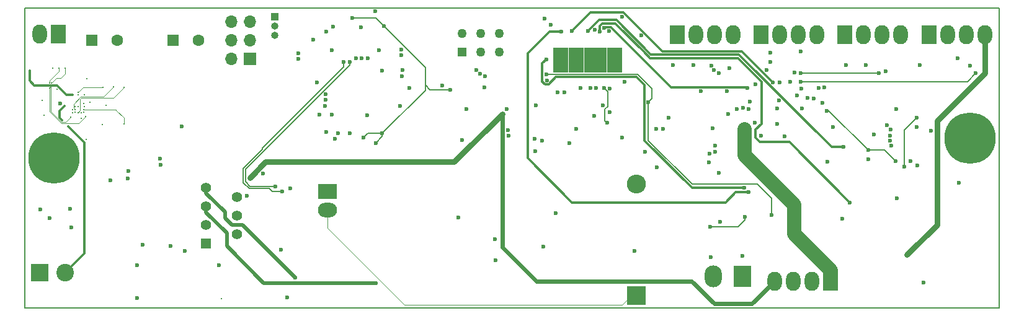
<source format=gbr>
G04 #@! TF.FileFunction,Copper,L3,Inr,Signal*
%FSLAX46Y46*%
G04 Gerber Fmt 4.6, Leading zero omitted, Abs format (unit mm)*
G04 Created by KiCad (PCBNEW 4.0.7) date 06/06/18 14:30:24*
%MOMM*%
%LPD*%
G01*
G04 APERTURE LIST*
%ADD10C,0.100000*%
%ADD11C,0.150000*%
%ADD12R,1.600000X1.600000*%
%ADD13C,1.600000*%
%ADD14R,2.600000X2.600000*%
%ADD15O,2.600000X2.600000*%
%ADD16C,7.000000*%
%ADD17R,1.700000X1.700000*%
%ADD18O,1.700000X1.700000*%
%ADD19R,1.000000X1.000000*%
%ADD20O,1.000000X1.000000*%
%ADD21R,2.350000X3.000000*%
%ADD22O,2.350000X3.000000*%
%ADD23C,1.270000*%
%ADD24R,1.270000X1.270000*%
%ADD25R,2.000000X2.600000*%
%ADD26O,2.000000X2.600000*%
%ADD27R,1.397000X1.397000*%
%ADD28C,1.397000*%
%ADD29R,1.100000X0.890000*%
%ADD30R,2.600000X2.000000*%
%ADD31O,2.600000X2.000000*%
%ADD32C,2.400000*%
%ADD33R,2.400000X2.400000*%
%ADD34C,0.600000*%
%ADD35C,0.200000*%
%ADD36C,0.200000*%
%ADD37C,0.500000*%
%ADD38C,0.800000*%
%ADD39C,0.600000*%
%ADD40C,0.300000*%
%ADD41C,1.960000*%
G04 APERTURE END LIST*
D10*
D11*
X25000000Y-164000000D02*
X25000000Y-123000000D01*
X158000000Y-164000000D02*
X25000000Y-164000000D01*
X158000000Y-123000000D02*
X158000000Y-164000000D01*
X25000000Y-123000000D02*
X158000000Y-123000000D01*
D12*
X45200000Y-127450000D03*
D13*
X48700000Y-127450000D03*
D12*
X34100000Y-127450000D03*
D13*
X37600000Y-127450000D03*
D14*
X108490000Y-162350000D03*
D15*
X108490000Y-147110000D03*
D16*
X154010000Y-140810000D03*
D17*
X55690000Y-129950000D03*
D18*
X53150000Y-129950000D03*
X55690000Y-127410000D03*
X53150000Y-127410000D03*
X55690000Y-124870000D03*
X53150000Y-124870000D03*
D19*
X59090000Y-124250000D03*
D20*
X59090000Y-125520000D03*
X59090000Y-126790000D03*
D21*
X122950000Y-159700000D03*
D22*
X118990000Y-159700000D03*
D23*
X84690000Y-126480000D03*
X87230000Y-126480000D03*
X89770000Y-126480000D03*
D24*
X84690000Y-129020000D03*
D23*
X87230000Y-129020000D03*
X89770000Y-129020000D03*
D25*
X125520000Y-126650000D03*
D26*
X128060000Y-126650000D03*
X130600000Y-126650000D03*
X133140000Y-126650000D03*
D25*
X114080000Y-126650000D03*
D26*
X116620000Y-126650000D03*
X119160000Y-126650000D03*
X121700000Y-126650000D03*
D25*
X136950000Y-126650000D03*
D26*
X139490000Y-126650000D03*
X142030000Y-126650000D03*
X144570000Y-126650000D03*
D25*
X148400000Y-126650000D03*
D26*
X150940000Y-126650000D03*
X153480000Y-126650000D03*
X156020000Y-126650000D03*
D27*
X49724000Y-155220000D03*
D28*
X53915000Y-153950000D03*
X49724000Y-152680000D03*
X53915000Y-151410000D03*
X49724000Y-150140000D03*
X53915000Y-148870000D03*
X49724000Y-147600000D03*
D29*
X106045000Y-131385000D03*
X106045000Y-130535000D03*
X106045000Y-128835000D03*
X106045000Y-129685000D03*
X104988750Y-129685000D03*
X104988750Y-128835000D03*
X104988750Y-130535000D03*
X104988750Y-131385000D03*
X103932500Y-131385000D03*
X103932500Y-130535000D03*
X103932500Y-128835000D03*
X103932500Y-129685000D03*
X102876250Y-129685000D03*
X102876250Y-128835000D03*
X102876250Y-130535000D03*
X102876250Y-131385000D03*
X101820000Y-131385000D03*
X101820000Y-130535000D03*
X101820000Y-128835000D03*
X101820000Y-129685000D03*
X100763750Y-129685000D03*
X100763750Y-128835000D03*
X100763750Y-130535000D03*
X100763750Y-131385000D03*
X99707500Y-131385000D03*
X99707500Y-130535000D03*
X99707500Y-128835000D03*
X99707500Y-129685000D03*
X98651250Y-129685000D03*
X98651250Y-128835000D03*
X98651250Y-130535000D03*
X98651250Y-131385000D03*
X97595000Y-131385000D03*
X97595000Y-130535000D03*
X97595000Y-128835000D03*
X97595000Y-129685000D03*
D16*
X29000000Y-143500000D03*
D30*
X66330000Y-148100000D03*
D31*
X66330000Y-150640000D03*
D25*
X29550000Y-126600000D03*
D26*
X27010000Y-126600000D03*
D32*
X30500000Y-159200000D03*
D33*
X27000000Y-159200000D03*
D25*
X134950000Y-160350000D03*
D26*
X132410000Y-160350000D03*
X129870000Y-160350000D03*
X127330000Y-160350000D03*
D34*
X117260000Y-134399999D03*
X87680000Y-133900000D03*
X94670000Y-142550000D03*
X126248909Y-131521091D03*
X123975028Y-135790010D03*
X134480000Y-137070000D03*
X146740000Y-139240000D03*
X143876446Y-143973554D03*
X140120000Y-142450000D03*
X133830000Y-135950000D03*
X130070000Y-131800000D03*
X36680000Y-146600000D03*
X43520000Y-144450000D03*
X57460000Y-145630000D03*
X61230000Y-147640000D03*
X71200000Y-140740000D03*
X72875860Y-141510000D03*
X73788316Y-140129999D03*
X83100000Y-134210000D03*
X74020000Y-125490000D03*
X69670000Y-124340000D03*
X67040000Y-125530000D03*
X119004779Y-131524908D03*
X109680000Y-142680000D03*
X112825002Y-138050000D03*
X111250000Y-144743658D03*
X123020000Y-136640000D03*
X121200000Y-131250000D03*
X129480000Y-133059999D03*
X146710000Y-138050000D03*
X145040000Y-144670000D03*
X143960000Y-136820000D03*
X147120000Y-130820000D03*
X154000000Y-130890000D03*
X142520000Y-131670000D03*
X76450000Y-132380000D03*
X77460000Y-133930000D03*
X71740000Y-137670000D03*
X73780000Y-131590000D03*
X66890000Y-128800000D03*
X70910000Y-125610000D03*
X64900000Y-133210000D03*
X72800000Y-123480000D03*
X61930000Y-159850000D03*
X72920000Y-160590000D03*
X99341728Y-141509990D03*
X55700000Y-146190000D03*
X118620000Y-157050000D03*
X90140000Y-137480000D03*
X119890000Y-152200000D03*
X122940000Y-156880000D03*
D35*
X31480000Y-134910000D03*
X25650000Y-131580000D03*
D34*
X44850000Y-155540000D03*
D35*
X51850000Y-162770000D03*
X36110000Y-136300000D03*
X33060000Y-136100000D03*
X32270000Y-134900000D03*
D34*
X119250000Y-142650000D03*
X121030000Y-137480000D03*
X123230000Y-139530000D03*
X156020000Y-129600000D03*
X145390000Y-156730000D03*
X123760000Y-136800000D03*
X123180000Y-147610000D03*
X96170000Y-130030000D03*
X134500000Y-144030000D03*
X123640000Y-133960000D03*
X104100000Y-125750000D03*
X95960000Y-124430000D03*
X96750000Y-125330000D03*
X106480000Y-124220000D03*
X102800000Y-126030000D03*
X106820000Y-133060000D03*
X102960000Y-133980000D03*
X103860000Y-136350000D03*
X98600000Y-134520000D03*
X104820000Y-137290000D03*
X104810000Y-133990000D03*
X152510000Y-146890000D03*
X144050000Y-149060000D03*
X146780000Y-144560000D03*
X102160000Y-133970000D03*
X102720000Y-137760000D03*
X46420000Y-139170000D03*
X27100000Y-150500000D03*
X154810000Y-131920000D03*
X130880000Y-133090000D03*
X87770000Y-132360000D03*
X65970000Y-136420000D03*
X87155891Y-132024014D03*
X141580000Y-131910000D03*
X130930000Y-131950000D03*
X66010000Y-135530000D03*
X86656890Y-131533081D03*
X118710000Y-130890000D03*
X66050686Y-134800686D03*
X113450000Y-130840000D03*
X116280000Y-130850000D03*
X123250000Y-151540000D03*
X108250000Y-156240000D03*
X118550000Y-152930000D03*
X95740000Y-155630000D03*
X152300000Y-129860000D03*
X119250001Y-141850000D03*
X134110000Y-133860000D03*
X143190000Y-139640000D03*
X126750000Y-130360000D03*
X126750000Y-129140000D03*
X94600000Y-140890000D03*
X68540000Y-130390000D03*
X60100000Y-148110000D03*
X39150000Y-145320000D03*
D35*
X32660000Y-138110000D03*
D34*
X98210000Y-126210000D03*
X123770000Y-148190000D03*
X128660000Y-140550000D03*
X140160000Y-143710000D03*
X125520000Y-140470000D03*
X99620000Y-126160000D03*
X127110000Y-133160000D03*
X103510000Y-126220000D03*
X137630000Y-149590000D03*
X101830000Y-126140000D03*
X136730000Y-142020000D03*
X46840000Y-156200000D03*
X31180000Y-150420000D03*
X41080000Y-155400000D03*
X40330000Y-162610000D03*
X135320000Y-139310000D03*
X104080000Y-133980000D03*
X104470000Y-138690000D03*
X109100000Y-126790000D03*
X104730000Y-126190000D03*
X100820000Y-133950000D03*
X97740000Y-134570000D03*
X143060000Y-141160000D03*
X96240000Y-132890000D03*
X66920000Y-137610000D03*
X84670000Y-141050000D03*
X91010000Y-140500000D03*
X89180000Y-154610000D03*
X89210000Y-157520000D03*
X119710000Y-145570000D03*
D35*
X33070000Y-134900000D03*
X33420000Y-132650000D03*
X31260000Y-137900000D03*
X30450000Y-131200000D03*
X28590000Y-133280000D03*
X28580000Y-133900000D03*
X33270000Y-137870000D03*
X28330000Y-133280000D03*
X28330000Y-133920000D03*
X29600000Y-131220000D03*
X28750000Y-131200000D03*
X29390000Y-134110000D03*
D34*
X124660000Y-138720000D03*
X124740000Y-133450000D03*
X106500000Y-140690000D03*
X131850000Y-135330000D03*
X120850000Y-134400000D03*
X122190000Y-136790000D03*
X132720000Y-135370000D03*
X71773646Y-129879990D03*
D35*
X27580000Y-137650000D03*
X31460000Y-137300000D03*
X33340000Y-140970000D03*
X33060000Y-137290000D03*
X31470000Y-136910000D03*
X27320000Y-135650000D03*
X38540000Y-138840000D03*
X33060000Y-136890000D03*
X31870000Y-136900000D03*
X37070000Y-133820000D03*
X32260000Y-134500000D03*
X35610000Y-133840000D03*
X38520000Y-133840000D03*
X32270000Y-137300000D03*
D34*
X111150000Y-139560000D03*
X112090000Y-139530000D03*
X148690000Y-139780000D03*
X81950000Y-133630000D03*
X137050000Y-130840000D03*
X139760000Y-130850000D03*
X118450002Y-142900000D03*
X67730000Y-140160000D03*
X65210000Y-137590000D03*
X119760000Y-131900000D03*
X130960000Y-134010000D03*
X66090000Y-140000000D03*
X62350000Y-129200000D03*
X70950000Y-129880000D03*
X62320000Y-130000000D03*
X70160000Y-129870000D03*
X73330000Y-128760000D03*
X130360000Y-134990000D03*
X76410000Y-129430000D03*
X127928312Y-135626131D03*
X76540000Y-131490000D03*
X100270000Y-139560001D03*
X90740000Y-136830000D03*
X76240000Y-136390000D03*
X145920000Y-143940000D03*
X140910000Y-140300000D03*
X64340000Y-127340000D03*
X43480000Y-143630000D03*
X142692460Y-139047540D03*
X66150000Y-126270000D03*
X29810000Y-136100000D03*
D35*
X32270000Y-136490000D03*
D34*
X67290000Y-140930000D03*
X31370000Y-153030000D03*
X69340000Y-140130000D03*
X143110000Y-140430000D03*
X76400000Y-128700000D03*
X96160000Y-132100000D03*
X110110000Y-135860000D03*
X126900000Y-151290000D03*
X147690000Y-160540000D03*
X136540000Y-151780000D03*
X55313511Y-148660000D03*
D35*
X30041778Y-138308222D03*
X30360000Y-136390000D03*
X30950000Y-139220000D03*
X33080000Y-136510000D03*
X31870000Y-137280000D03*
X31870000Y-136500000D03*
D34*
X97480000Y-151080000D03*
X84180000Y-151660000D03*
X59930000Y-156070000D03*
X118407773Y-144078886D03*
X133380000Y-133920000D03*
X143250000Y-141860000D03*
X95630000Y-141140000D03*
X69340000Y-130380000D03*
X59200000Y-147400000D03*
X39060000Y-146270000D03*
D35*
X32660000Y-137310000D03*
D34*
X118838554Y-139468554D03*
X127660000Y-138830000D03*
X131060002Y-136765002D03*
X127670000Y-136780000D03*
X128000000Y-133160001D03*
X130930000Y-128980000D03*
X85300000Y-136790000D03*
X94730000Y-136330000D03*
X90900000Y-139710000D03*
D35*
X33890000Y-135900000D03*
X35540000Y-138940000D03*
D34*
X28410000Y-151760000D03*
X60830000Y-162600000D03*
X51500000Y-158130000D03*
X40300000Y-158200000D03*
D36*
X140120000Y-142450000D02*
X134740000Y-137070000D01*
X134740000Y-137070000D02*
X134480000Y-137070000D01*
X140120000Y-142450000D02*
X142352892Y-142450000D01*
X142352892Y-142450000D02*
X143876446Y-143973554D01*
X73788316Y-140129999D02*
X71810001Y-140129999D01*
X71810001Y-140129999D02*
X71200000Y-140740000D01*
X72875671Y-141441437D02*
X72875671Y-141509811D01*
X72875671Y-141509811D02*
X72875860Y-141510000D01*
X73788316Y-140129999D02*
X73788316Y-140528792D01*
X73788316Y-140528792D02*
X72875671Y-141441437D01*
X79650000Y-133550000D02*
X79650000Y-134268315D01*
X79650000Y-134268315D02*
X73788316Y-140129999D01*
X82610000Y-134190000D02*
X82630000Y-134210000D01*
X82630000Y-134210000D02*
X83100000Y-134210000D01*
X79650000Y-133550000D02*
X80290000Y-134190000D01*
X80290000Y-134190000D02*
X82610000Y-134190000D01*
X79650000Y-131120000D02*
X79650000Y-133550000D01*
X79650000Y-133550000D02*
X79680000Y-133580000D01*
X74020000Y-125490000D02*
X79650000Y-131120000D01*
X69670000Y-124340000D02*
X72870000Y-124340000D01*
X72870000Y-124340000D02*
X74020000Y-125490000D01*
X146710000Y-138050000D02*
X145040000Y-139720000D01*
X145040000Y-139720000D02*
X145040000Y-144670000D01*
D37*
X49724000Y-147600000D02*
X49724000Y-148314000D01*
X54720000Y-152640000D02*
X61930000Y-159850000D01*
X53230000Y-152640000D02*
X54720000Y-152640000D01*
X52330000Y-151740000D02*
X53230000Y-152640000D01*
X52330000Y-150920000D02*
X52330000Y-151740000D01*
X49724000Y-148314000D02*
X52330000Y-150920000D01*
X49724000Y-150140000D02*
X49724000Y-150924000D01*
X57590000Y-160590000D02*
X72920000Y-160590000D01*
X52560000Y-155560000D02*
X57590000Y-160590000D01*
X52560000Y-153760000D02*
X52560000Y-155560000D01*
X49724000Y-150924000D02*
X52560000Y-153760000D01*
D10*
X108490000Y-162350000D02*
X107780000Y-162350000D01*
X107780000Y-162350000D02*
X106530000Y-163600000D01*
X66330000Y-153120000D02*
X66330000Y-150640000D01*
X76810000Y-163600000D02*
X66330000Y-153120000D01*
X106530000Y-163600000D02*
X76810000Y-163600000D01*
D38*
X83560000Y-144060000D02*
X90140000Y-137480000D01*
X57830000Y-144060000D02*
X83560000Y-144060000D01*
X55700000Y-146190000D02*
X57830000Y-144060000D01*
D39*
X127330000Y-160350000D02*
X124250000Y-163430000D01*
X90140000Y-155710000D02*
X90140000Y-137480000D01*
X94790000Y-160360000D02*
X90140000Y-155710000D01*
X116030000Y-160360000D02*
X94790000Y-160360000D01*
X119100000Y-163430000D02*
X116030000Y-160360000D01*
X124250000Y-163430000D02*
X119100000Y-163430000D01*
D40*
X26290000Y-133590000D02*
X29360000Y-133590000D01*
X29360000Y-133590000D02*
X29590000Y-133820000D01*
X31480000Y-134910000D02*
X30680000Y-134910000D01*
X25650000Y-132950000D02*
X25650000Y-131580000D01*
X26290000Y-133590000D02*
X25650000Y-132950000D01*
X30680000Y-134910000D02*
X29590000Y-133820000D01*
D41*
X134950000Y-158830000D02*
X134950000Y-160350000D01*
X123230000Y-143100000D02*
X123230000Y-139530000D01*
X129970000Y-149840000D02*
X123230000Y-143100000D01*
X129970000Y-153850000D02*
X129970000Y-149840000D01*
X134950000Y-158830000D02*
X129970000Y-153850000D01*
D38*
X156020000Y-131894002D02*
X156020000Y-129600000D01*
X156020000Y-129600000D02*
X156020000Y-128750000D01*
X145390000Y-156730000D02*
X149490001Y-152629999D01*
X156020000Y-128750000D02*
X156020000Y-126650000D01*
X149490001Y-152629999D02*
X149490001Y-138424001D01*
X149490001Y-138424001D02*
X156020000Y-131894002D01*
D40*
X96170000Y-130030000D02*
X95609999Y-130590001D01*
X96504001Y-133440001D02*
X97493992Y-132450010D01*
X95609999Y-130590001D02*
X95609999Y-133074001D01*
X95609999Y-133074001D02*
X95975999Y-133440001D01*
X95975999Y-133440001D02*
X96504001Y-133440001D01*
X97493992Y-132450010D02*
X108485022Y-132450010D01*
X108485022Y-132450010D02*
X109559999Y-133524987D01*
X109559999Y-133524987D02*
X109559999Y-141104987D01*
X116065012Y-147610000D02*
X123180000Y-147610000D01*
X109559999Y-141104987D02*
X116065012Y-147610000D01*
X104100000Y-125750000D02*
X104210001Y-125639999D01*
X104210001Y-125639999D02*
X104994001Y-125639999D01*
X104994001Y-125639999D02*
X113204001Y-133849999D01*
X123529999Y-133849999D02*
X123640000Y-133960000D01*
X113204001Y-133849999D02*
X123529999Y-133849999D01*
D36*
X130880000Y-133090000D02*
X153640000Y-133090000D01*
X153640000Y-133090000D02*
X154810000Y-131920000D01*
X130930000Y-131950000D02*
X141540000Y-131950000D01*
X141540000Y-131950000D02*
X141580000Y-131910000D01*
X123250000Y-151540000D02*
X123250000Y-152000000D01*
X122320000Y-152930000D02*
X118550000Y-152930000D01*
X123250000Y-152000000D02*
X122320000Y-152930000D01*
X58340010Y-147700010D02*
X58750000Y-148110000D01*
X58750000Y-148110000D02*
X60100000Y-148110000D01*
X55605732Y-147700010D02*
X58340010Y-147700010D01*
X54790001Y-144929985D02*
X54790002Y-146884280D01*
X68540000Y-131040000D02*
X57430000Y-142150000D01*
X57430000Y-142150000D02*
X57430000Y-142289986D01*
X57430000Y-142289986D02*
X54790001Y-144929985D01*
X54790002Y-146884280D02*
X55605732Y-147700010D01*
X68540000Y-130390000D02*
X68540000Y-131040000D01*
D40*
X98210000Y-126210000D02*
X96590000Y-126210000D01*
X122030000Y-148190000D02*
X123770000Y-148190000D01*
X120630000Y-149590000D02*
X122030000Y-148190000D01*
X99660000Y-149590000D02*
X120630000Y-149590000D01*
X93610000Y-143540000D02*
X99660000Y-149590000D01*
X93610000Y-129190000D02*
X93610000Y-143540000D01*
X96590000Y-126210000D02*
X93610000Y-129190000D01*
X100740000Y-125040000D02*
X100740000Y-125030000D01*
X100740000Y-125040000D02*
X99620000Y-126160000D01*
X100740000Y-125030000D02*
X102170000Y-123600000D01*
X106710000Y-123600000D02*
X102170000Y-123600000D01*
X112049998Y-128939998D02*
X106710000Y-123600000D01*
X122889998Y-128939998D02*
X112049998Y-128939998D01*
X127110000Y-133160000D02*
X122889998Y-128939998D01*
X109450000Y-128990000D02*
X110350000Y-129890000D01*
X103510000Y-125490000D02*
X103840000Y-125160000D01*
X103840000Y-125160000D02*
X105620000Y-125160000D01*
X105620000Y-125160000D02*
X105950000Y-125490000D01*
X109450000Y-128990000D02*
X105950000Y-125490000D01*
X103510000Y-126220000D02*
X103510000Y-125490000D01*
X122360000Y-129890000D02*
X125540000Y-133070000D01*
X110350000Y-129890000D02*
X122360000Y-129890000D01*
X137630000Y-149590000D02*
X129350000Y-141310000D01*
X129350000Y-141310000D02*
X125340000Y-141310000D01*
X125340000Y-141310000D02*
X124750000Y-140720000D01*
X124750000Y-140720000D02*
X124750000Y-139650000D01*
X124750000Y-139650000D02*
X125540000Y-138860000D01*
X125540000Y-138860000D02*
X125540000Y-133070000D01*
X122420000Y-129340000D02*
X110440000Y-129340000D01*
X135100000Y-142020000D02*
X122420000Y-129340000D01*
X136730000Y-142020000D02*
X135100000Y-142020000D01*
X103350000Y-124620000D02*
X101830000Y-126140000D01*
X105720000Y-124620000D02*
X103350000Y-124620000D01*
X110440000Y-129340000D02*
X105720000Y-124620000D01*
D36*
X104540000Y-134440000D02*
X104080000Y-133980000D01*
X104540000Y-136450000D02*
X104540000Y-134440000D01*
X104180000Y-136810000D02*
X104540000Y-136450000D01*
X104180000Y-138400000D02*
X104180000Y-136810000D01*
X104470000Y-138690000D02*
X104180000Y-138400000D01*
D10*
X28580000Y-137200000D02*
X28580000Y-133900000D01*
X31260000Y-137900000D02*
X30550000Y-138610000D01*
X30550000Y-138610000D02*
X29990000Y-138610000D01*
X29990000Y-138610000D02*
X28580000Y-137200000D01*
X30450000Y-131740000D02*
X30450000Y-131200000D01*
X30450000Y-132010000D02*
X30450000Y-131740000D01*
X29880000Y-132580000D02*
X30450000Y-132010000D01*
X29290000Y-132580000D02*
X29880000Y-132580000D01*
X28590000Y-133280000D02*
X29290000Y-132580000D01*
X28330000Y-137180000D02*
X28330000Y-133920000D01*
X33270000Y-137870000D02*
X32340000Y-138800000D01*
X32340000Y-138800000D02*
X29950000Y-138800000D01*
X29950000Y-138800000D02*
X28330000Y-137180000D01*
X29600000Y-131640000D02*
X29600000Y-131220000D01*
X28330000Y-132910000D02*
X29600000Y-131640000D01*
X28330000Y-133280000D02*
X28330000Y-132910000D01*
X38540000Y-138040000D02*
X38540000Y-138840000D01*
X37460000Y-136960000D02*
X38540000Y-138040000D01*
X33060000Y-136890000D02*
X37390000Y-136890000D01*
X37390000Y-136890000D02*
X37460000Y-136960000D01*
X31870000Y-136900000D02*
X31840000Y-136900000D01*
X35740000Y-135150000D02*
X37070000Y-133820000D01*
X32620000Y-135150000D02*
X35740000Y-135150000D01*
X31630000Y-136140000D02*
X32620000Y-135150000D01*
X31630000Y-136690000D02*
X31630000Y-136140000D01*
X31840000Y-136900000D02*
X31630000Y-136690000D01*
X32260000Y-134500000D02*
X32920000Y-133840000D01*
X32920000Y-133840000D02*
X35610000Y-133840000D01*
X37050000Y-135310000D02*
X38520000Y-133840000D01*
X32680002Y-135310000D02*
X37050000Y-135310000D01*
X32550000Y-135440002D02*
X32680002Y-135310000D01*
X32550000Y-137020000D02*
X32550000Y-135440002D01*
X32270000Y-137300000D02*
X32550000Y-137020000D01*
D36*
X110110000Y-135860000D02*
X110110000Y-141160000D01*
X126900000Y-149030000D02*
X126900000Y-151290000D01*
X124980000Y-147110000D02*
X126900000Y-149030000D01*
X116060000Y-147110000D02*
X124980000Y-147110000D01*
X110110000Y-141160000D02*
X116060000Y-147110000D01*
X108630000Y-132100000D02*
X96160000Y-132100000D01*
X110550000Y-134020000D02*
X108630000Y-132100000D01*
X110550000Y-135420000D02*
X110550000Y-134020000D01*
X110110000Y-135860000D02*
X110550000Y-135420000D01*
D40*
X29710000Y-137976444D02*
X30041778Y-138308222D01*
X30360000Y-136390000D02*
X29710000Y-137040000D01*
X29710000Y-137040000D02*
X29710000Y-137976444D01*
X33120000Y-141390000D02*
X33120000Y-141520000D01*
X30950000Y-139220000D02*
X33120000Y-141390000D01*
X30500000Y-159200000D02*
X33120000Y-156580000D01*
X33120000Y-141520000D02*
X33120000Y-156580000D01*
D36*
X55730000Y-147400000D02*
X58775736Y-147400000D01*
X55090011Y-146760011D02*
X55730000Y-147400000D01*
X58775736Y-147400000D02*
X59200000Y-147400000D01*
X55090011Y-145054253D02*
X55090011Y-146760011D01*
X69340000Y-130804264D02*
X55090011Y-145054253D01*
X69340000Y-130380000D02*
X69340000Y-130804264D01*
M02*

</source>
